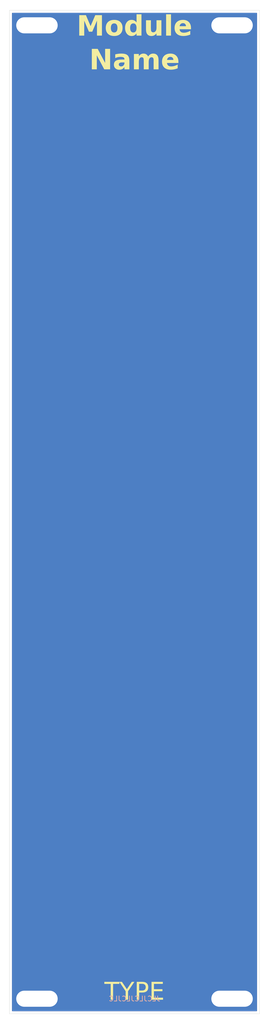
<source format=kicad_pcb>
(kicad_pcb (version 20240108) (generator "pcbnew") (generator_version "8.0")
  (title_block (title "Kosmo Format Front Panel - 5 cm") (company "DMH Instruments"))
  (layers (0 "F.Cu" signal) (31 "B.Cu" signal) (34 "B.Paste" user) (35 "F.Paste" user) (36 "B.SilkS" user "B.Silkscreen") (37 "F.SilkS" user "F.Silkscreen") (38 "B.Mask" user) (39 "F.Mask" user) (44 "Edge.Cuts" user))
  (net 0 "")
  (net 1 "GND")
  (footprint "SynthStuff:MountingHole_Slotted_Rails" (layer "F.Cu") (at 55.5 227)
    (property "Reference" "H3")
    (property "Value" "MountingHole_Rails")
    (pad "1" thru_hole oval (at 0 0) (size 9.08 4) (drill oval 8.28 3.2) (layers "*.Cu" "*.Mask") (net 1 "GND"))
  )
  (footprint "SynthStuff:MountingHole_Slotted_Rails" (layer "F.Cu") (at 94.5 33)
    (property "Reference" "H2")
    (property "Value" "MountingHole_Rails")
    (pad "1" thru_hole oval (at 0 0) (size 9.08 4) (drill oval 8.28 3.2) (layers "*.Cu" "*.Mask") (net 1 "GND"))
  )
  (footprint "SynthStuff:MountingHole_Slotted_Rails" (layer "F.Cu") (at 94.5 227)
    (property "Reference" "H4")
    (property "Value" "MountingHole_Rails")
    (pad "1" thru_hole oval (at 0 0) (size 9.08 4) (drill oval 8.28 3.2) (layers "*.Cu" "*.Mask") (net 1 "GND"))
  )
  (footprint "SynthStuff:MountingHole_Slotted_Rails" (layer "F.Cu") (at 55.5 33)
    (property "Reference" "H1")
    (property "Value" "MountingHole_Rails")
    (pad "1" thru_hole oval (at 0 0) (size 9.08 4) (drill oval 8.28 3.2) (layers "*.Cu" "*.Mask") (net 1 "GND"))
  )
  (gr_rect (start 50 30) (end 100 230) (stroke (width 0.05)) (fill none) (layer "Edge.Cuts"))
  (gr_text "JLCJLCJLCJLC" (at 75 227 0) (layer "B.SilkS") (effects (font (size 1 1)) (justify mirror)))
  (gr_text "Module\nName" (at 75 36.75 0) (layer "F.SilkS") (effects (font (size 4 4) (thickness 0.8) (bold yes))))
  (gr_text "TYPE" (at 75 225.75 0) (layer "F.SilkS") (effects (font (size 3.5 3.5) (thickness 0.875))))
  (zone (net 1) (net_name "GND") (layers "F&B.Cu") (name "GroundPlane") (connect_pads yes (clearance 0.5)) (min_thickness 0.25) (fill yes (thermal_gap 0.5) (thermal_bridge_width 0.5))
    (polygon (pts (xy 50 30) (xy 100 30) (xy 100 230) (xy 50 230)))
  )
)
</source>
